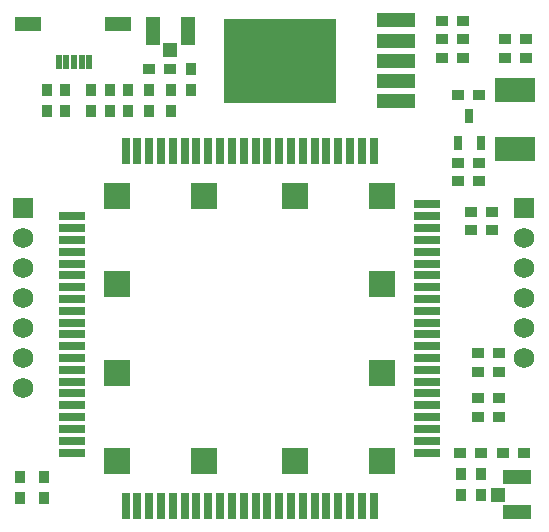
<source format=gts>
%FSLAX25Y25*%
%MOIN*%
G70*
G01*
G75*
G04 Layer_Color=8388736*
%ADD10R,0.07874X0.07874*%
%ADD11R,0.02362X0.07874*%
%ADD12R,0.07874X0.02362*%
%ADD13R,0.11811X0.04213*%
%ADD14R,0.37008X0.27559*%
%ADD15R,0.03500X0.03000*%
%ADD16R,0.12992X0.07087*%
%ADD17R,0.04134X0.08661*%
%ADD18R,0.03937X0.04331*%
%ADD19R,0.03000X0.03500*%
%ADD20R,0.04331X0.03937*%
%ADD21R,0.08661X0.04134*%
%ADD22R,0.02362X0.04299*%
%ADD23R,0.01575X0.03937*%
%ADD24R,0.07874X0.03937*%
%ADD25C,0.01500*%
%ADD26C,0.01000*%
%ADD27C,0.02000*%
%ADD28C,0.07000*%
%ADD29C,0.03150*%
%ADD30C,0.04000*%
%ADD31C,0.06000*%
%ADD32R,0.06000X0.06000*%
%ADD33C,0.02500*%
%ADD34R,0.01181X0.04724*%
%ADD35C,0.04000*%
%ADD36R,0.04921X0.07874*%
%ADD37R,0.03150X0.05118*%
%ADD38R,0.05906X0.06693*%
%ADD39R,0.04724X0.09843*%
%ADD40R,0.09449X0.10236*%
%ADD41R,0.09449X0.07087*%
%ADD42R,0.09843X0.04724*%
%ADD43R,0.04299X0.02362*%
%ADD44O,0.01181X0.04724*%
%ADD45C,0.01600*%
%ADD46C,0.00500*%
%ADD47C,0.00787*%
%ADD48C,0.00800*%
%ADD49C,0.00600*%
%ADD50C,0.00700*%
%ADD51R,0.62598X0.35433*%
%ADD52C,0.00100*%
%ADD53R,0.01181X0.08412*%
%ADD54R,0.01300X0.11811*%
%ADD55R,0.01870X0.17323*%
%ADD56R,0.13988X0.01000*%
%ADD57R,0.11811X0.01300*%
%ADD58R,0.08674X0.08674*%
%ADD59R,0.03162X0.08674*%
%ADD60R,0.08674X0.03162*%
%ADD61R,0.12611X0.05013*%
%ADD62R,0.37808X0.28359*%
%ADD63R,0.04300X0.03800*%
%ADD64R,0.13792X0.07887*%
%ADD65R,0.04934X0.09461*%
%ADD66R,0.04737X0.05131*%
%ADD67R,0.03800X0.04300*%
%ADD68R,0.05131X0.04737*%
%ADD69R,0.09461X0.04934*%
%ADD70R,0.03162X0.05099*%
%ADD71R,0.02375X0.04737*%
%ADD72R,0.08674X0.04737*%
%ADD73C,0.06800*%
%ADD74R,0.06800X0.06800*%
D58*
X65287Y110933D02*
D03*
X95602D02*
D03*
X124539D02*
D03*
Y81799D02*
D03*
Y51878D02*
D03*
Y22744D02*
D03*
X95602D02*
D03*
X65287D02*
D03*
X36350D02*
D03*
Y51878D02*
D03*
Y81799D02*
D03*
Y110933D02*
D03*
D59*
X43043Y7784D02*
D03*
X50917D02*
D03*
X54854D02*
D03*
X62728D02*
D03*
X58791D02*
D03*
X74539D02*
D03*
X78476D02*
D03*
X70602D02*
D03*
X66665D02*
D03*
X98161D02*
D03*
X102099D02*
D03*
X109973Y7784D02*
D03*
X106035Y7784D02*
D03*
X90287D02*
D03*
X94224D02*
D03*
X86350D02*
D03*
X82413D02*
D03*
X121783D02*
D03*
X117847D02*
D03*
X113909D02*
D03*
X46980Y7784D02*
D03*
X39106Y7784D02*
D03*
X43043Y125894D02*
D03*
X109973Y125894D02*
D03*
X113909D02*
D03*
X121783D02*
D03*
X117847D02*
D03*
X78476D02*
D03*
X82413D02*
D03*
X90287D02*
D03*
X86350D02*
D03*
X102098D02*
D03*
X106035D02*
D03*
X98161D02*
D03*
X94224D02*
D03*
X62728D02*
D03*
X66665D02*
D03*
X74539D02*
D03*
X70602D02*
D03*
X54854D02*
D03*
X58791D02*
D03*
X50917D02*
D03*
X46980D02*
D03*
X39106D02*
D03*
D60*
X139500Y104240D02*
D03*
Y100303D02*
D03*
Y92429D02*
D03*
Y96366D02*
D03*
Y80618D02*
D03*
Y76681D02*
D03*
Y84555D02*
D03*
Y88492D02*
D03*
Y56996D02*
D03*
Y53059D02*
D03*
Y45185D02*
D03*
Y49122D02*
D03*
Y64870D02*
D03*
Y60933D02*
D03*
Y68807D02*
D03*
Y72744D02*
D03*
Y25500D02*
D03*
Y33374D02*
D03*
Y29437D02*
D03*
Y37311D02*
D03*
Y41248D02*
D03*
X21390D02*
D03*
Y37311D02*
D03*
Y29437D02*
D03*
Y33374D02*
D03*
X139500Y108177D02*
D03*
X21390Y25500D02*
D03*
Y72744D02*
D03*
Y68807D02*
D03*
Y60933D02*
D03*
Y64870D02*
D03*
Y49122D02*
D03*
Y45185D02*
D03*
Y53059D02*
D03*
Y56996D02*
D03*
Y88492D02*
D03*
Y84555D02*
D03*
Y76681D02*
D03*
Y80618D02*
D03*
Y96366D02*
D03*
Y92429D02*
D03*
Y100303D02*
D03*
Y104240D02*
D03*
D61*
X129390Y149433D02*
D03*
Y142740D02*
D03*
Y162819D02*
D03*
Y156126D02*
D03*
Y169512D02*
D03*
D62*
X90502Y156165D02*
D03*
D63*
X163587Y43740D02*
D03*
X156587D02*
D03*
X144500Y169500D02*
D03*
X151500D02*
D03*
Y163319D02*
D03*
X144500D02*
D03*
X151500Y157126D02*
D03*
X144500D02*
D03*
X165488Y163319D02*
D03*
X172488D02*
D03*
X150000Y144600D02*
D03*
X161087Y105740D02*
D03*
X154087D02*
D03*
X161087Y99740D02*
D03*
X154087D02*
D03*
X150500Y25500D02*
D03*
X157500D02*
D03*
X46980Y153500D02*
D03*
X53980D02*
D03*
X150000Y122100D02*
D03*
X157000D02*
D03*
Y116100D02*
D03*
X150000D02*
D03*
X156587Y52240D02*
D03*
X163587D02*
D03*
X156587Y37240D02*
D03*
X163587D02*
D03*
X157000Y144600D02*
D03*
X156587Y58740D02*
D03*
X163587D02*
D03*
X165488Y157126D02*
D03*
X172488D02*
D03*
X172000Y25500D02*
D03*
X165000D02*
D03*
D64*
X169000Y126700D02*
D03*
Y146385D02*
D03*
D65*
X59787Y166000D02*
D03*
X48173D02*
D03*
D66*
X53980Y159701D02*
D03*
D67*
X39890Y146240D02*
D03*
Y139240D02*
D03*
X12008Y17366D02*
D03*
Y10366D02*
D03*
X4008Y17366D02*
D03*
Y10366D02*
D03*
X157500Y18500D02*
D03*
Y11500D02*
D03*
X46980Y139240D02*
D03*
Y146240D02*
D03*
X151000Y18500D02*
D03*
Y11500D02*
D03*
X54390Y139240D02*
D03*
Y146240D02*
D03*
X60980Y146500D02*
D03*
Y153500D02*
D03*
X33890Y139240D02*
D03*
Y146240D02*
D03*
X12790D02*
D03*
Y139240D02*
D03*
X27466Y146191D02*
D03*
Y139191D02*
D03*
X18866Y146191D02*
D03*
Y139191D02*
D03*
D68*
X163201Y11500D02*
D03*
D69*
X169500Y17307D02*
D03*
Y5693D02*
D03*
D70*
X153740Y137687D02*
D03*
X157480Y128600D02*
D03*
X150000D02*
D03*
D71*
X19324Y155645D02*
D03*
X27002D02*
D03*
X21883D02*
D03*
X16765D02*
D03*
X24442D02*
D03*
D72*
X36450Y168243D02*
D03*
X6529D02*
D03*
D73*
X5000Y97000D02*
D03*
Y87000D02*
D03*
Y77000D02*
D03*
Y67000D02*
D03*
Y57000D02*
D03*
Y47000D02*
D03*
X172000Y97000D02*
D03*
Y87000D02*
D03*
Y67000D02*
D03*
Y57000D02*
D03*
Y77000D02*
D03*
D74*
X5000Y107000D02*
D03*
X172000D02*
D03*
M02*

</source>
